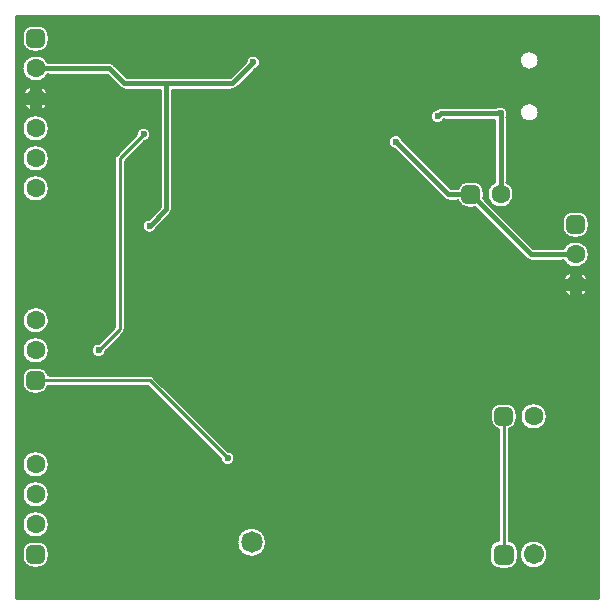
<source format=gbl>
G04 Generated by Ultiboard 14.1 *
%FSLAX24Y24*%
%MOIN*%

%ADD10C,0.0001*%
%ADD11C,0.0100*%
%ADD12C,0.0150*%
%ADD13C,0.0236*%
%ADD14C,0.0674*%
%ADD15R,0.0320X0.0320*%
%ADD16C,0.0350*%
%ADD17R,0.0208X0.0208*%
%ADD18C,0.0392*%
%ADD19C,0.0633*%
%ADD20C,0.0717*%


G04 ColorRGB 0000FF for the following layer *
%LNCopper Bottom*%
%LPD*%
G54D10*
G36*
X19534Y19534D02*
X19534Y19534D01*
X19534Y151D01*
X151Y151D01*
X151Y19534D01*
X19534Y19534D01*
D02*
G37*
%LPC*%
G36*
X358Y18696D02*
G75*
D01*
G03X696Y18358I338J0*
G01*
X696Y18358D01*
X904Y18358D01*
G75*
D01*
G03X1242Y18696I0J338*
G01*
X1242Y18696D01*
X1242Y18904D01*
G74*
D01*
G03X904Y19242I338J0*
G01*
X904Y19242D01*
X696Y19242D01*
G75*
D01*
G03X358Y18904I0J-338*
G01*
X358Y18904D01*
X358Y18696D01*
D02*
G37*
G36*
X18392Y11394D02*
G75*
D01*
G03X18392Y11806I408J206*
G01*
X18392Y11806D01*
X17385Y11806D01*
X15739Y13452D01*
G75*
D01*
G03X15742Y13496I-335J44*
G01*
X15742Y13496D01*
X15742Y13704D01*
G74*
D01*
G03X15404Y14042I338J0*
G01*
X15404Y14042D01*
X15196Y14042D01*
G75*
D01*
G03X14874Y13806I0J-338*
G01*
X14874Y13806D01*
X14635Y13806D01*
X13043Y15398D01*
G75*
D01*
G03X12752Y15107I-243J-48*
G01*
X12752Y15107D01*
X14404Y13454D01*
G74*
D01*
G03X14489Y13403I146J146*
G01*
G75*
D01*
G03X14550Y13394I61J197*
G01*
X14550Y13394D01*
X14874Y13394D01*
G75*
D01*
G03X15196Y13158I322J102*
G01*
X15196Y13158D01*
X15404Y13158D01*
G74*
D01*
G03X15448Y13161I0J338*
G01*
X15448Y13161D01*
X17154Y11454D01*
G74*
D01*
G03X17252Y11400I146J146*
G01*
G75*
D01*
G03X17300Y11394I48J200*
G01*
X17300Y11394D01*
X18392Y11394D01*
D02*
G37*
G36*
X18747Y10433D02*
G75*
D01*
G03X18747Y10433I53J167*
G01*
D02*
G37*
G36*
X18696Y12158D02*
X18696Y12158D01*
X18904Y12158D01*
G75*
D01*
G03X19242Y12496I0J338*
G01*
X19242Y12496D01*
X19242Y12704D01*
G74*
D01*
G03X18904Y13042I338J0*
G01*
X18904Y13042D01*
X18696Y13042D01*
G75*
D01*
G03X18358Y12704I0J-338*
G01*
X18358Y12704D01*
X18358Y12496D01*
G75*
D01*
G03X18696Y12158I338J0*
G01*
D02*
G37*
G36*
X355Y9298D02*
G75*
D01*
G03X355Y9298I445J102*
G01*
D02*
G37*
G36*
X3419Y14800D02*
X3419Y14800D01*
X3419Y9175D01*
X2892Y8648D01*
G75*
D01*
G03X3148Y8392I8J-248*
G01*
X3148Y8392D01*
X3728Y8972D01*
G75*
D01*
G03X3781Y9100I-128J128*
G01*
X3781Y9100D01*
X3781Y13384D01*
G74*
D01*
G03X3912Y13268I219J116*
G01*
X3912Y13268D01*
X3912Y13412D01*
X3781Y13412D01*
X3781Y13588D01*
X3912Y13588D01*
X3912Y13732D01*
G74*
D01*
G03X3781Y13616I88J232*
G01*
X3781Y13616D01*
X3781Y14725D01*
X4408Y15352D01*
G75*
D01*
G03X4152Y15608I-8J248*
G01*
X4152Y15608D01*
X3472Y14928D01*
G75*
D01*
G03X3419Y14800I128J-128*
G01*
D02*
G37*
G36*
X13568Y9412D02*
G74*
D01*
G03X13712Y9268I232J88*
G01*
X13712Y9268D01*
X13712Y9412D01*
X13568Y9412D01*
D02*
G37*
G36*
X14032Y9412D02*
X14032Y9412D01*
X13888Y9412D01*
X13888Y9268D01*
G74*
D01*
G03X14032Y9412I88J232*
G01*
D02*
G37*
G36*
X19227Y10438D02*
X19227Y10438D01*
X18962Y10438D01*
X18962Y10173D01*
G74*
D01*
G03X19227Y10438I162J427*
G01*
D02*
G37*
G36*
X18962Y11027D02*
X18962Y11027D01*
X18962Y10762D01*
X19227Y10762D01*
G74*
D01*
G03X18962Y11027I427J162*
G01*
D02*
G37*
G36*
X696Y1158D02*
X696Y1158D01*
X904Y1158D01*
G75*
D01*
G03X1242Y1496I0J338*
G01*
X1242Y1496D01*
X1242Y1704D01*
G74*
D01*
G03X904Y2042I338J0*
G01*
X904Y2042D01*
X696Y2042D01*
G75*
D01*
G03X358Y1704I0J-338*
G01*
X358Y1704D01*
X358Y1496D01*
G75*
D01*
G03X696Y1158I338J0*
G01*
D02*
G37*
G36*
X7502Y2000D02*
G75*
D01*
G03X7502Y2000I498J0*
G01*
D02*
G37*
G36*
X343Y2600D02*
G75*
D01*
G03X343Y2600I457J0*
G01*
D02*
G37*
G36*
X5768Y2288D02*
X5768Y2288D01*
X5912Y2288D01*
X5912Y2432D01*
G74*
D01*
G03X5768Y2288I88J232*
G01*
D02*
G37*
G36*
X6088Y2432D02*
X6088Y2432D01*
X6088Y2288D01*
X6232Y2288D01*
G74*
D01*
G03X6088Y2432I232J88*
G01*
D02*
G37*
G36*
X6232Y2112D02*
X6232Y2112D01*
X6088Y2112D01*
X6088Y1968D01*
G74*
D01*
G03X6232Y2112I88J232*
G01*
D02*
G37*
G36*
X5912Y1968D02*
X5912Y1968D01*
X5912Y2112D01*
X5768Y2112D01*
G74*
D01*
G03X5912Y1968I232J88*
G01*
D02*
G37*
G36*
X5941Y2200D02*
G75*
D01*
G03X5941Y2200I59J0*
G01*
D02*
G37*
G36*
X343Y3600D02*
G75*
D01*
G03X343Y3600I457J0*
G01*
D02*
G37*
G36*
X343Y4600D02*
G75*
D01*
G03X343Y4600I457J0*
G01*
D02*
G37*
G36*
X1233Y7219D02*
X1233Y7219D01*
X4525Y7219D01*
X6952Y4792D01*
G75*
D01*
G03X7208Y5048I248J8*
G01*
X7208Y5048D01*
X4728Y7528D01*
G74*
D01*
G03X4662Y7570I128J128*
G01*
G75*
D01*
G03X4600Y7581I-62J-170*
G01*
X4600Y7581D01*
X1233Y7581D01*
G74*
D01*
G03X904Y7842I329J77*
G01*
X904Y7842D01*
X696Y7842D01*
G75*
D01*
G03X358Y7504I0J-338*
G01*
X358Y7504D01*
X358Y7296D01*
G75*
D01*
G03X696Y6958I338J0*
G01*
X696Y6958D01*
X904Y6958D01*
G74*
D01*
G03X1233Y7219I0J338*
G01*
D02*
G37*
G36*
X343Y8400D02*
G75*
D01*
G03X343Y8400I457J0*
G01*
D02*
G37*
G36*
X1208Y17594D02*
X1208Y17594D01*
X3165Y17594D01*
X3604Y17154D01*
G75*
D01*
G03X3750Y17094I146J146*
G01*
X3750Y17094D01*
X4944Y17094D01*
X4944Y13185D01*
X4552Y12793D01*
G75*
D01*
G03X4843Y12502I48J-243*
G01*
X4843Y12502D01*
X5295Y12954D01*
G75*
D01*
G03X5356Y13100I-145J146*
G01*
X5356Y13100D01*
X5356Y17094D01*
X7350Y17094D01*
G74*
D01*
G03X7496Y17155I0J206*
G01*
X7496Y17155D01*
X8098Y17757D01*
G75*
D01*
G03X7807Y18048I-48J243*
G01*
X7807Y18048D01*
X7265Y17506D01*
X3835Y17506D01*
X3396Y17945D01*
G74*
D01*
G03X3250Y18006I146J145*
G01*
X3250Y18006D01*
X1208Y18006D01*
G75*
D01*
G03X1208Y17594I-408J-206*
G01*
D02*
G37*
G36*
X343Y13800D02*
G75*
D01*
G03X343Y13800I457J0*
G01*
D02*
G37*
G36*
X4232Y13412D02*
X4232Y13412D01*
X4088Y13412D01*
X4088Y13268D01*
G74*
D01*
G03X4232Y13412I88J232*
G01*
D02*
G37*
G36*
X4088Y13732D02*
X4088Y13732D01*
X4088Y13588D01*
X4232Y13588D01*
G74*
D01*
G03X4088Y13732I232J88*
G01*
D02*
G37*
G36*
X3941Y13500D02*
G75*
D01*
G03X3941Y13500I59J0*
G01*
D02*
G37*
G36*
X343Y14800D02*
G75*
D01*
G03X343Y14800I457J0*
G01*
D02*
G37*
G36*
X343Y15800D02*
G75*
D01*
G03X343Y15800I457J0*
G01*
D02*
G37*
G36*
X638Y16373D02*
X638Y16373D01*
X638Y16638D01*
X373Y16638D01*
G74*
D01*
G03X638Y16373I427J162*
G01*
D02*
G37*
G36*
X1227Y16638D02*
X1227Y16638D01*
X962Y16638D01*
X962Y16373D01*
G74*
D01*
G03X1227Y16638I162J427*
G01*
D02*
G37*
G36*
X625Y16800D02*
G75*
D01*
G03X625Y16800I175J0*
G01*
D02*
G37*
G36*
X373Y16962D02*
X373Y16962D01*
X638Y16962D01*
X638Y17227D01*
G74*
D01*
G03X373Y16962I162J427*
G01*
D02*
G37*
G36*
X962Y17227D02*
X962Y17227D01*
X962Y16962D01*
X1227Y16962D01*
G74*
D01*
G03X962Y17227I427J162*
G01*
D02*
G37*
G36*
X10541Y1600D02*
G75*
D01*
G03X10541Y1600I59J0*
G01*
D02*
G37*
G36*
X10832Y1512D02*
X10832Y1512D01*
X10688Y1512D01*
X10688Y1368D01*
G74*
D01*
G03X10832Y1512I88J232*
G01*
D02*
G37*
G36*
X10512Y1368D02*
X10512Y1368D01*
X10512Y1512D01*
X10368Y1512D01*
G74*
D01*
G03X10512Y1368I232J88*
G01*
D02*
G37*
G36*
X16581Y5767D02*
G75*
D01*
G03X16842Y6096I-77J329*
G01*
X16842Y6096D01*
X16842Y6304D01*
G74*
D01*
G03X16504Y6642I338J0*
G01*
X16504Y6642D01*
X16296Y6642D01*
G75*
D01*
G03X15958Y6304I0J-338*
G01*
X15958Y6304D01*
X15958Y6096D01*
G75*
D01*
G03X16219Y5767I338J0*
G01*
X16219Y5767D01*
X16219Y2076D01*
G74*
D01*
G03X15923Y1760I21J316*
G01*
X15923Y1760D01*
X15923Y1440D01*
G75*
D01*
G03X16240Y1123I317J0*
G01*
X16240Y1123D01*
X16560Y1123D01*
G75*
D01*
G03X16877Y1440I0J317*
G01*
X16877Y1440D01*
X16877Y1760D01*
G74*
D01*
G03X16581Y2076I317J0*
G01*
X16581Y2076D01*
X16581Y5767D01*
D02*
G37*
G36*
X16923Y1600D02*
G75*
D01*
G03X16923Y1600I477J0*
G01*
D02*
G37*
G36*
X10368Y1688D02*
X10368Y1688D01*
X10512Y1688D01*
X10512Y1832D01*
G74*
D01*
G03X10368Y1688I88J232*
G01*
D02*
G37*
G36*
X10688Y1832D02*
X10688Y1832D01*
X10688Y1688D01*
X10832Y1688D01*
G74*
D01*
G03X10688Y1832I232J88*
G01*
D02*
G37*
G36*
X14368Y1988D02*
X14368Y1988D01*
X14512Y1988D01*
X14512Y2132D01*
G74*
D01*
G03X14368Y1988I88J232*
G01*
D02*
G37*
G36*
X14688Y2132D02*
X14688Y2132D01*
X14688Y1988D01*
X14832Y1988D01*
G74*
D01*
G03X14688Y2132I232J88*
G01*
D02*
G37*
G36*
X14832Y1812D02*
X14832Y1812D01*
X14688Y1812D01*
X14688Y1668D01*
G74*
D01*
G03X14832Y1812I88J232*
G01*
D02*
G37*
G36*
X14512Y1668D02*
X14512Y1668D01*
X14512Y1812D01*
X14368Y1812D01*
G74*
D01*
G03X14512Y1668I232J88*
G01*
D02*
G37*
G36*
X14541Y1900D02*
G75*
D01*
G03X14541Y1900I59J0*
G01*
D02*
G37*
G36*
X10168Y5488D02*
X10168Y5488D01*
X10312Y5488D01*
X10312Y5632D01*
G74*
D01*
G03X10168Y5488I88J232*
G01*
D02*
G37*
G36*
X10312Y5168D02*
X10312Y5168D01*
X10312Y5312D01*
X10168Y5312D01*
G74*
D01*
G03X10312Y5168I232J88*
G01*
D02*
G37*
G36*
X10488Y5632D02*
X10488Y5632D01*
X10488Y5488D01*
X10632Y5488D01*
G74*
D01*
G03X10488Y5632I232J88*
G01*
D02*
G37*
G36*
X10632Y5312D02*
X10632Y5312D01*
X10488Y5312D01*
X10488Y5168D01*
G74*
D01*
G03X10632Y5312I88J232*
G01*
D02*
G37*
G36*
X10341Y5400D02*
G75*
D01*
G03X10341Y5400I59J0*
G01*
D02*
G37*
G36*
X13968Y5488D02*
X13968Y5488D01*
X14112Y5488D01*
X14112Y5632D01*
G74*
D01*
G03X13968Y5488I88J232*
G01*
D02*
G37*
G36*
X14141Y5400D02*
G75*
D01*
G03X14141Y5400I59J0*
G01*
D02*
G37*
G36*
X14112Y5168D02*
X14112Y5168D01*
X14112Y5312D01*
X13968Y5312D01*
G74*
D01*
G03X14112Y5168I232J88*
G01*
D02*
G37*
G36*
X14288Y5632D02*
X14288Y5632D01*
X14288Y5488D01*
X14432Y5488D01*
G74*
D01*
G03X14288Y5632I232J88*
G01*
D02*
G37*
G36*
X14432Y5312D02*
X14432Y5312D01*
X14288Y5312D01*
X14288Y5168D01*
G74*
D01*
G03X14432Y5312I88J232*
G01*
D02*
G37*
G36*
X16943Y6200D02*
G75*
D01*
G03X16943Y6200I457J0*
G01*
D02*
G37*
G36*
X10212Y8568D02*
X10212Y8568D01*
X10212Y8712D01*
X10068Y8712D01*
G74*
D01*
G03X10212Y8568I232J88*
G01*
D02*
G37*
G36*
X10532Y8712D02*
X10532Y8712D01*
X10388Y8712D01*
X10388Y8568D01*
G74*
D01*
G03X10532Y8712I88J232*
G01*
D02*
G37*
G36*
X10068Y8888D02*
X10068Y8888D01*
X10212Y8888D01*
X10212Y9032D01*
G74*
D01*
G03X10068Y8888I88J232*
G01*
D02*
G37*
G36*
X10388Y9032D02*
X10388Y9032D01*
X10388Y8888D01*
X10532Y8888D01*
G74*
D01*
G03X10388Y9032I232J88*
G01*
D02*
G37*
G36*
X10241Y8800D02*
G75*
D01*
G03X10241Y8800I59J0*
G01*
D02*
G37*
G36*
X16928Y18066D02*
G75*
D01*
G03X16928Y18066I328J0*
G01*
D02*
G37*
G36*
X13741Y9500D02*
G75*
D01*
G03X13741Y9500I59J0*
G01*
D02*
G37*
G36*
X13568Y9588D02*
X13568Y9588D01*
X13712Y9588D01*
X13712Y9732D01*
G74*
D01*
G03X13568Y9588I88J232*
G01*
D02*
G37*
G36*
X13888Y9732D02*
X13888Y9732D01*
X13888Y9588D01*
X14032Y9588D01*
G74*
D01*
G03X13888Y9732I232J88*
G01*
D02*
G37*
G36*
X18638Y10173D02*
X18638Y10173D01*
X18638Y10438D01*
X18373Y10438D01*
G74*
D01*
G03X18638Y10173I427J162*
G01*
D02*
G37*
G36*
X18373Y10762D02*
X18373Y10762D01*
X18638Y10762D01*
X18638Y11027D01*
G74*
D01*
G03X18373Y10762I162J427*
G01*
D02*
G37*
G36*
X14424Y16094D02*
X14424Y16094D01*
X16094Y16094D01*
X16094Y14008D01*
G75*
D01*
G03X16506Y14008I206J-408*
G01*
X16506Y14008D01*
X16506Y16162D01*
G75*
D01*
G03X16162Y16506I-206J138*
G01*
X16162Y16506D01*
X14300Y16506D01*
G75*
D01*
G03X14154Y16446I0J-206*
G01*
X14154Y16446D01*
X14152Y16443D01*
G75*
D01*
G03X14424Y16094I48J-243*
G01*
D02*
G37*
G36*
X11068Y13838D02*
X11068Y13838D01*
X11212Y13838D01*
X11212Y13982D01*
G74*
D01*
G03X11068Y13838I88J232*
G01*
D02*
G37*
G36*
X11388Y13982D02*
X11388Y13982D01*
X11388Y13838D01*
X11532Y13838D01*
G74*
D01*
G03X11388Y13982I232J88*
G01*
D02*
G37*
G36*
X11532Y13662D02*
X11532Y13662D01*
X11388Y13662D01*
X11388Y13518D01*
G74*
D01*
G03X11532Y13662I88J232*
G01*
D02*
G37*
G36*
X11212Y13518D02*
X11212Y13518D01*
X11212Y13662D01*
X11068Y13662D01*
G74*
D01*
G03X11212Y13518I232J88*
G01*
D02*
G37*
G36*
X11241Y13750D02*
G75*
D01*
G03X11241Y13750I59J0*
G01*
D02*
G37*
G36*
X10212Y15468D02*
X10212Y15468D01*
X10212Y15612D01*
X10068Y15612D01*
G74*
D01*
G03X10212Y15468I232J88*
G01*
D02*
G37*
G36*
X10241Y15700D02*
G75*
D01*
G03X10241Y15700I59J0*
G01*
D02*
G37*
G36*
X10532Y15612D02*
X10532Y15612D01*
X10388Y15612D01*
X10388Y15468D01*
G74*
D01*
G03X10532Y15612I88J232*
G01*
D02*
G37*
G36*
X10068Y15788D02*
X10068Y15788D01*
X10212Y15788D01*
X10212Y15932D01*
G74*
D01*
G03X10068Y15788I88J232*
G01*
D02*
G37*
G36*
X10388Y15932D02*
X10388Y15932D01*
X10388Y15788D01*
X10532Y15788D01*
G74*
D01*
G03X10388Y15932I232J88*
G01*
D02*
G37*
G36*
X16928Y16334D02*
G75*
D01*
G03X16928Y16334I328J0*
G01*
D02*
G37*
G36*
X11741Y17000D02*
G75*
D01*
G03X11741Y17000I59J0*
G01*
D02*
G37*
G36*
X11568Y17088D02*
X11568Y17088D01*
X11712Y17088D01*
X11712Y17232D01*
G74*
D01*
G03X11568Y17088I88J232*
G01*
D02*
G37*
G36*
X11712Y16768D02*
X11712Y16768D01*
X11712Y16912D01*
X11568Y16912D01*
G74*
D01*
G03X11712Y16768I232J88*
G01*
D02*
G37*
G36*
X11888Y17232D02*
X11888Y17232D01*
X11888Y17088D01*
X12032Y17088D01*
G74*
D01*
G03X11888Y17232I232J88*
G01*
D02*
G37*
G36*
X12032Y16912D02*
X12032Y16912D01*
X11888Y16912D01*
X11888Y16768D01*
G74*
D01*
G03X12032Y16912I88J232*
G01*
D02*
G37*
G36*
X15018Y17938D02*
X15018Y17938D01*
X15162Y17938D01*
X15162Y18082D01*
G74*
D01*
G03X15018Y17938I88J232*
G01*
D02*
G37*
G36*
X15338Y18082D02*
X15338Y18082D01*
X15338Y17938D01*
X15482Y17938D01*
G74*
D01*
G03X15338Y18082I232J88*
G01*
D02*
G37*
G36*
X15482Y17762D02*
X15482Y17762D01*
X15338Y17762D01*
X15338Y17618D01*
G74*
D01*
G03X15482Y17762I88J232*
G01*
D02*
G37*
G36*
X15162Y17618D02*
X15162Y17618D01*
X15162Y17762D01*
X15018Y17762D01*
G74*
D01*
G03X15162Y17618I232J88*
G01*
D02*
G37*
G36*
X15191Y17850D02*
G75*
D01*
G03X15191Y17850I59J0*
G01*
D02*
G37*
%LPD*%
G54D11*
X358Y18696D02*
G75*
D01*
G03X696Y18358I338J0*
G01*
X904Y18358D01*
G75*
D01*
G03X1242Y18696I0J338*
G01*
X1242Y18904D01*
G74*
D01*
G03X904Y19242I338J0*
G01*
X696Y19242D01*
G75*
D01*
G03X358Y18904I0J-338*
G01*
X358Y18696D01*
X18392Y11394D02*
G75*
D01*
G03X18392Y11806I408J206*
G01*
X17385Y11806D01*
X15739Y13452D01*
G75*
D01*
G03X15742Y13496I-335J44*
G01*
X15742Y13704D01*
G74*
D01*
G03X15404Y14042I338J0*
G01*
X15196Y14042D01*
G75*
D01*
G03X14874Y13806I0J-338*
G01*
X14635Y13806D01*
X13043Y15398D01*
G75*
D01*
G03X12752Y15107I-243J-48*
G01*
X14404Y13454D01*
G74*
D01*
G03X14489Y13403I146J146*
G01*
G75*
D01*
G03X14550Y13394I61J197*
G01*
X14874Y13394D01*
G75*
D01*
G03X15196Y13158I322J102*
G01*
X15404Y13158D01*
G74*
D01*
G03X15448Y13161I0J338*
G01*
X17154Y11454D01*
G74*
D01*
G03X17252Y11400I146J146*
G01*
G75*
D01*
G03X17300Y11394I48J200*
G01*
X18392Y11394D01*
X18747Y10433D02*
G75*
D01*
G03X18747Y10433I53J167*
G01*
X18696Y12158D02*
X18904Y12158D01*
G75*
D01*
G03X19242Y12496I0J338*
G01*
X19242Y12704D01*
G74*
D01*
G03X18904Y13042I338J0*
G01*
X18696Y13042D01*
G75*
D01*
G03X18358Y12704I0J-338*
G01*
X18358Y12496D01*
G75*
D01*
G03X18696Y12158I338J0*
G01*
X355Y9298D02*
G75*
D01*
G03X355Y9298I445J102*
G01*
X3419Y14800D02*
X3419Y9175D01*
X2892Y8648D01*
G75*
D01*
G03X3148Y8392I8J-248*
G01*
X3728Y8972D01*
G75*
D01*
G03X3781Y9100I-128J128*
G01*
X3781Y13384D01*
G74*
D01*
G03X3912Y13268I219J116*
G01*
X3912Y13412D01*
X3781Y13412D01*
X3781Y13588D01*
X3912Y13588D01*
X3912Y13732D01*
G74*
D01*
G03X3781Y13616I88J232*
G01*
X3781Y14725D01*
X4408Y15352D01*
G75*
D01*
G03X4152Y15608I-8J248*
G01*
X3472Y14928D01*
G75*
D01*
G03X3419Y14800I128J-128*
G01*
X13568Y9412D02*
G74*
D01*
G03X13712Y9268I232J88*
G01*
X13712Y9412D01*
X13568Y9412D01*
X14032Y9412D02*
X13888Y9412D01*
X13888Y9268D01*
G74*
D01*
G03X14032Y9412I88J232*
G01*
X19227Y10438D02*
X18962Y10438D01*
X18962Y10173D01*
G74*
D01*
G03X19227Y10438I162J427*
G01*
X18962Y11027D02*
X18962Y10762D01*
X19227Y10762D01*
G74*
D01*
G03X18962Y11027I427J162*
G01*
X696Y1158D02*
X904Y1158D01*
G75*
D01*
G03X1242Y1496I0J338*
G01*
X1242Y1704D01*
G74*
D01*
G03X904Y2042I338J0*
G01*
X696Y2042D01*
G75*
D01*
G03X358Y1704I0J-338*
G01*
X358Y1496D01*
G75*
D01*
G03X696Y1158I338J0*
G01*
X7502Y2000D02*
G75*
D01*
G03X7502Y2000I498J0*
G01*
X343Y2600D02*
G75*
D01*
G03X343Y2600I457J0*
G01*
X5768Y2288D02*
X5912Y2288D01*
X5912Y2432D01*
G74*
D01*
G03X5768Y2288I88J232*
G01*
X6088Y2432D02*
X6088Y2288D01*
X6232Y2288D01*
G74*
D01*
G03X6088Y2432I232J88*
G01*
X6232Y2112D02*
X6088Y2112D01*
X6088Y1968D01*
G74*
D01*
G03X6232Y2112I88J232*
G01*
X5912Y1968D02*
X5912Y2112D01*
X5768Y2112D01*
G74*
D01*
G03X5912Y1968I232J88*
G01*
X5941Y2200D02*
G75*
D01*
G03X5941Y2200I59J0*
G01*
X343Y3600D02*
G75*
D01*
G03X343Y3600I457J0*
G01*
X343Y4600D02*
G75*
D01*
G03X343Y4600I457J0*
G01*
X1233Y7219D02*
X4525Y7219D01*
X6952Y4792D01*
G75*
D01*
G03X7208Y5048I248J8*
G01*
X4728Y7528D01*
G74*
D01*
G03X4662Y7570I128J128*
G01*
G75*
D01*
G03X4600Y7581I-62J-170*
G01*
X1233Y7581D01*
G74*
D01*
G03X904Y7842I329J77*
G01*
X696Y7842D01*
G75*
D01*
G03X358Y7504I0J-338*
G01*
X358Y7296D01*
G75*
D01*
G03X696Y6958I338J0*
G01*
X904Y6958D01*
G74*
D01*
G03X1233Y7219I0J338*
G01*
X343Y8400D02*
G75*
D01*
G03X343Y8400I457J0*
G01*
X1208Y17594D02*
X3165Y17594D01*
X3604Y17154D01*
G75*
D01*
G03X3750Y17094I146J146*
G01*
X4944Y17094D01*
X4944Y13185D01*
X4552Y12793D01*
G75*
D01*
G03X4843Y12502I48J-243*
G01*
X5295Y12954D01*
G75*
D01*
G03X5356Y13100I-145J146*
G01*
X5356Y17094D01*
X7350Y17094D01*
G74*
D01*
G03X7496Y17155I0J206*
G01*
X8098Y17757D01*
G75*
D01*
G03X7807Y18048I-48J243*
G01*
X7265Y17506D01*
X3835Y17506D01*
X3396Y17945D01*
G74*
D01*
G03X3250Y18006I146J145*
G01*
X1208Y18006D01*
G75*
D01*
G03X1208Y17594I-408J-206*
G01*
X343Y13800D02*
G75*
D01*
G03X343Y13800I457J0*
G01*
X4232Y13412D02*
X4088Y13412D01*
X4088Y13268D01*
G74*
D01*
G03X4232Y13412I88J232*
G01*
X4088Y13732D02*
X4088Y13588D01*
X4232Y13588D01*
G74*
D01*
G03X4088Y13732I232J88*
G01*
X3941Y13500D02*
G75*
D01*
G03X3941Y13500I59J0*
G01*
X343Y14800D02*
G75*
D01*
G03X343Y14800I457J0*
G01*
X343Y15800D02*
G75*
D01*
G03X343Y15800I457J0*
G01*
X638Y16373D02*
X638Y16638D01*
X373Y16638D01*
G74*
D01*
G03X638Y16373I427J162*
G01*
X1227Y16638D02*
X962Y16638D01*
X962Y16373D01*
G74*
D01*
G03X1227Y16638I162J427*
G01*
X625Y16800D02*
G75*
D01*
G03X625Y16800I175J0*
G01*
X373Y16962D02*
X638Y16962D01*
X638Y17227D01*
G74*
D01*
G03X373Y16962I162J427*
G01*
X962Y17227D02*
X962Y16962D01*
X1227Y16962D01*
G74*
D01*
G03X962Y17227I427J162*
G01*
X10541Y1600D02*
G75*
D01*
G03X10541Y1600I59J0*
G01*
X10832Y1512D02*
X10688Y1512D01*
X10688Y1368D01*
G74*
D01*
G03X10832Y1512I88J232*
G01*
X10512Y1368D02*
X10512Y1512D01*
X10368Y1512D01*
G74*
D01*
G03X10512Y1368I232J88*
G01*
X16581Y5767D02*
G75*
D01*
G03X16842Y6096I-77J329*
G01*
X16842Y6304D01*
G74*
D01*
G03X16504Y6642I338J0*
G01*
X16296Y6642D01*
G75*
D01*
G03X15958Y6304I0J-338*
G01*
X15958Y6096D01*
G75*
D01*
G03X16219Y5767I338J0*
G01*
X16219Y2076D01*
G74*
D01*
G03X15923Y1760I21J316*
G01*
X15923Y1440D01*
G75*
D01*
G03X16240Y1123I317J0*
G01*
X16560Y1123D01*
G75*
D01*
G03X16877Y1440I0J317*
G01*
X16877Y1760D01*
G74*
D01*
G03X16581Y2076I317J0*
G01*
X16581Y5767D01*
X16923Y1600D02*
G75*
D01*
G03X16923Y1600I477J0*
G01*
X10368Y1688D02*
X10512Y1688D01*
X10512Y1832D01*
G74*
D01*
G03X10368Y1688I88J232*
G01*
X10688Y1832D02*
X10688Y1688D01*
X10832Y1688D01*
G74*
D01*
G03X10688Y1832I232J88*
G01*
X14368Y1988D02*
X14512Y1988D01*
X14512Y2132D01*
G74*
D01*
G03X14368Y1988I88J232*
G01*
X14688Y2132D02*
X14688Y1988D01*
X14832Y1988D01*
G74*
D01*
G03X14688Y2132I232J88*
G01*
X14832Y1812D02*
X14688Y1812D01*
X14688Y1668D01*
G74*
D01*
G03X14832Y1812I88J232*
G01*
X14512Y1668D02*
X14512Y1812D01*
X14368Y1812D01*
G74*
D01*
G03X14512Y1668I232J88*
G01*
X14541Y1900D02*
G75*
D01*
G03X14541Y1900I59J0*
G01*
X10168Y5488D02*
X10312Y5488D01*
X10312Y5632D01*
G74*
D01*
G03X10168Y5488I88J232*
G01*
X10312Y5168D02*
X10312Y5312D01*
X10168Y5312D01*
G74*
D01*
G03X10312Y5168I232J88*
G01*
X10488Y5632D02*
X10488Y5488D01*
X10632Y5488D01*
G74*
D01*
G03X10488Y5632I232J88*
G01*
X10632Y5312D02*
X10488Y5312D01*
X10488Y5168D01*
G74*
D01*
G03X10632Y5312I88J232*
G01*
X10341Y5400D02*
G75*
D01*
G03X10341Y5400I59J0*
G01*
X13968Y5488D02*
X14112Y5488D01*
X14112Y5632D01*
G74*
D01*
G03X13968Y5488I88J232*
G01*
X14141Y5400D02*
G75*
D01*
G03X14141Y5400I59J0*
G01*
X14112Y5168D02*
X14112Y5312D01*
X13968Y5312D01*
G74*
D01*
G03X14112Y5168I232J88*
G01*
X14288Y5632D02*
X14288Y5488D01*
X14432Y5488D01*
G74*
D01*
G03X14288Y5632I232J88*
G01*
X14432Y5312D02*
X14288Y5312D01*
X14288Y5168D01*
G74*
D01*
G03X14432Y5312I88J232*
G01*
X16943Y6200D02*
G75*
D01*
G03X16943Y6200I457J0*
G01*
X10212Y8568D02*
X10212Y8712D01*
X10068Y8712D01*
G74*
D01*
G03X10212Y8568I232J88*
G01*
X10532Y8712D02*
X10388Y8712D01*
X10388Y8568D01*
G74*
D01*
G03X10532Y8712I88J232*
G01*
X10068Y8888D02*
X10212Y8888D01*
X10212Y9032D01*
G74*
D01*
G03X10068Y8888I88J232*
G01*
X10388Y9032D02*
X10388Y8888D01*
X10532Y8888D01*
G74*
D01*
G03X10388Y9032I232J88*
G01*
X10241Y8800D02*
G75*
D01*
G03X10241Y8800I59J0*
G01*
X16928Y18066D02*
G75*
D01*
G03X16928Y18066I328J0*
G01*
X13741Y9500D02*
G75*
D01*
G03X13741Y9500I59J0*
G01*
X13568Y9588D02*
X13712Y9588D01*
X13712Y9732D01*
G74*
D01*
G03X13568Y9588I88J232*
G01*
X13888Y9732D02*
X13888Y9588D01*
X14032Y9588D01*
G74*
D01*
G03X13888Y9732I232J88*
G01*
X18638Y10173D02*
X18638Y10438D01*
X18373Y10438D01*
G74*
D01*
G03X18638Y10173I427J162*
G01*
X18373Y10762D02*
X18638Y10762D01*
X18638Y11027D01*
G74*
D01*
G03X18373Y10762I162J427*
G01*
X14424Y16094D02*
X16094Y16094D01*
X16094Y14008D01*
G75*
D01*
G03X16506Y14008I206J-408*
G01*
X16506Y16162D01*
G75*
D01*
G03X16162Y16506I-206J138*
G01*
X14300Y16506D01*
G75*
D01*
G03X14154Y16446I0J-206*
G01*
X14152Y16443D01*
G75*
D01*
G03X14424Y16094I48J-243*
G01*
X11068Y13838D02*
X11212Y13838D01*
X11212Y13982D01*
G74*
D01*
G03X11068Y13838I88J232*
G01*
X11388Y13982D02*
X11388Y13838D01*
X11532Y13838D01*
G74*
D01*
G03X11388Y13982I232J88*
G01*
X11532Y13662D02*
X11388Y13662D01*
X11388Y13518D01*
G74*
D01*
G03X11532Y13662I88J232*
G01*
X11212Y13518D02*
X11212Y13662D01*
X11068Y13662D01*
G74*
D01*
G03X11212Y13518I232J88*
G01*
X11241Y13750D02*
G75*
D01*
G03X11241Y13750I59J0*
G01*
X10212Y15468D02*
X10212Y15612D01*
X10068Y15612D01*
G74*
D01*
G03X10212Y15468I232J88*
G01*
X10241Y15700D02*
G75*
D01*
G03X10241Y15700I59J0*
G01*
X10532Y15612D02*
X10388Y15612D01*
X10388Y15468D01*
G74*
D01*
G03X10532Y15612I88J232*
G01*
X10068Y15788D02*
X10212Y15788D01*
X10212Y15932D01*
G74*
D01*
G03X10068Y15788I88J232*
G01*
X10388Y15932D02*
X10388Y15788D01*
X10532Y15788D01*
G74*
D01*
G03X10388Y15932I232J88*
G01*
X16928Y16334D02*
G75*
D01*
G03X16928Y16334I328J0*
G01*
X11741Y17000D02*
G75*
D01*
G03X11741Y17000I59J0*
G01*
X11568Y17088D02*
X11712Y17088D01*
X11712Y17232D01*
G74*
D01*
G03X11568Y17088I88J232*
G01*
X11712Y16768D02*
X11712Y16912D01*
X11568Y16912D01*
G74*
D01*
G03X11712Y16768I232J88*
G01*
X11888Y17232D02*
X11888Y17088D01*
X12032Y17088D01*
G74*
D01*
G03X11888Y17232I232J88*
G01*
X12032Y16912D02*
X11888Y16912D01*
X11888Y16768D01*
G74*
D01*
G03X12032Y16912I88J232*
G01*
X15018Y17938D02*
X15162Y17938D01*
X15162Y18082D01*
G74*
D01*
G03X15018Y17938I88J232*
G01*
X15338Y18082D02*
X15338Y17938D01*
X15482Y17938D01*
G74*
D01*
G03X15338Y18082I232J88*
G01*
X15482Y17762D02*
X15338Y17762D01*
X15338Y17618D01*
G74*
D01*
G03X15482Y17762I88J232*
G01*
X15162Y17618D02*
X15162Y17762D01*
X15018Y17762D01*
G74*
D01*
G03X15162Y17618I232J88*
G01*
X15191Y17850D02*
G75*
D01*
G03X15191Y17850I59J0*
G01*
X19534Y19534D02*
X19534Y151D01*
X151Y151D01*
X151Y19534D01*
X19534Y19534D01*
X7200Y4800D02*
X4600Y7400D01*
X800Y7400D01*
X2900Y8400D02*
X3600Y9100D01*
X3600Y14800D01*
X4400Y15600D01*
X16400Y1600D02*
X16400Y6200D01*
G54D12*
X5150Y13100D02*
X5150Y17300D01*
X3750Y17300D02*
X7350Y17300D01*
X3250Y17800D02*
X3750Y17300D01*
X7350Y17300D02*
X8050Y18000D01*
X800Y17800D02*
X3250Y17800D01*
X16300Y16300D02*
X16300Y13600D01*
X18800Y11600D02*
X17300Y11600D01*
X15300Y13600D01*
X14550Y13600D01*
X12800Y15350D01*
X4600Y12550D02*
X5150Y13100D01*
X14200Y16200D02*
X14300Y16300D01*
X16300Y16300D01*
G54D13*
X10300Y8800D03*
X10400Y5400D03*
X14600Y1900D03*
X6000Y2200D03*
X10600Y1600D03*
X14200Y5400D03*
X11800Y17000D03*
X10300Y15700D03*
X13800Y9500D03*
X16300Y16300D03*
X14200Y16200D03*
X4000Y13500D03*
X7200Y4800D03*
X2900Y8400D03*
X12800Y15350D03*
X8050Y18000D03*
X4400Y15600D03*
X11300Y13750D03*
X4600Y12550D03*
X15250Y17850D03*
G54D14*
X17400Y1600D03*
G54D15*
X16400Y1600D03*
G54D16*
X16240Y1440D02*
X16560Y1440D01*
X16560Y1760D01*
X16240Y1760D01*
X16240Y1440D01*D02*
G54D17*
X16400Y6200D03*
X800Y1600D03*
X800Y7400D03*
X18800Y12600D03*
X800Y18800D03*
X15300Y13600D03*
G54D18*
X16296Y6096D02*
X16504Y6096D01*
X16504Y6304D01*
X16296Y6304D01*
X16296Y6096D01*D02*
X696Y1496D02*
X904Y1496D01*
X904Y1704D01*
X696Y1704D01*
X696Y1496D01*D02*
X696Y7296D02*
X904Y7296D01*
X904Y7504D01*
X696Y7504D01*
X696Y7296D01*D02*
X18696Y12496D02*
X18904Y12496D01*
X18904Y12704D01*
X18696Y12704D01*
X18696Y12496D01*D02*
X696Y18696D02*
X904Y18696D01*
X904Y18904D01*
X696Y18904D01*
X696Y18696D01*D02*
X15196Y13496D02*
X15404Y13496D01*
X15404Y13704D01*
X15196Y13704D01*
X15196Y13496D01*D02*
G54D19*
X17400Y6200D03*
X800Y3600D03*
X800Y2600D03*
X800Y4600D03*
X800Y8400D03*
X800Y9400D03*
X18800Y11600D03*
X18800Y10600D03*
X800Y17800D03*
X800Y16800D03*
X800Y14800D03*
X800Y15800D03*
X800Y13800D03*
X16300Y13600D03*
G54D20*
X8000Y2000D03*

M02*

</source>
